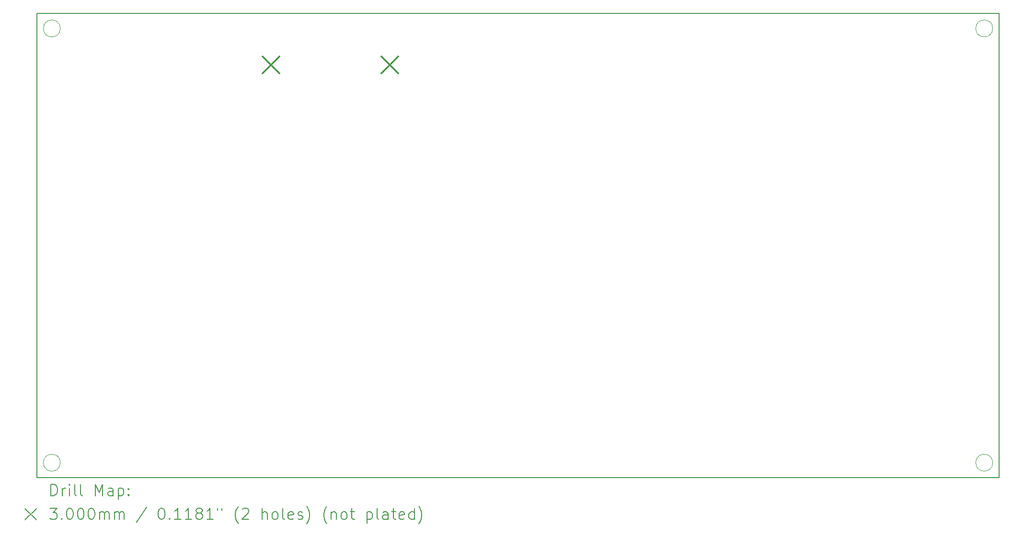
<source format=gbr>
%TF.GenerationSoftware,KiCad,Pcbnew,8.0.0-rc1*%
%TF.CreationDate,2024-02-28T14:24:35+09:00*%
%TF.ProjectId,KDL,4b444c2e-6b69-4636-9164-5f7063625858,rev?*%
%TF.SameCoordinates,Original*%
%TF.FileFunction,Drillmap*%
%TF.FilePolarity,Positive*%
%FSLAX45Y45*%
G04 Gerber Fmt 4.5, Leading zero omitted, Abs format (unit mm)*
G04 Created by KiCad (PCBNEW 8.0.0-rc1) date 2024-02-28 14:24:35*
%MOMM*%
%LPD*%
G01*
G04 APERTURE LIST*
%ADD10C,0.050000*%
%ADD11C,0.200000*%
%ADD12C,0.299999*%
G04 APERTURE END LIST*
D10*
X4875000Y-12300280D02*
G75*
G02*
X4575000Y-12300280I-150000J0D01*
G01*
X4575000Y-12300280D02*
G75*
G02*
X4875000Y-12300280I150000J0D01*
G01*
D11*
X4460000Y-4360280D02*
X21460000Y-4360280D01*
X21460000Y-12560280D01*
X4460000Y-12560280D01*
X4460000Y-4360280D01*
D10*
X21350000Y-12300280D02*
G75*
G02*
X21050000Y-12300280I-150000J0D01*
G01*
X21050000Y-12300280D02*
G75*
G02*
X21350000Y-12300280I150000J0D01*
G01*
X21350000Y-4625280D02*
G75*
G02*
X21050000Y-4625280I-150000J0D01*
G01*
X21050000Y-4625280D02*
G75*
G02*
X21350000Y-4625280I150000J0D01*
G01*
X4875000Y-4625280D02*
G75*
G02*
X4575000Y-4625280I-150000J0D01*
G01*
X4575000Y-4625280D02*
G75*
G02*
X4875000Y-4625280I150000J0D01*
G01*
D11*
D12*
X8445000Y-5120000D02*
X8745000Y-5420000D01*
X8745000Y-5120000D02*
X8445000Y-5420000D01*
X10544996Y-5120000D02*
X10844996Y-5420000D01*
X10844996Y-5120000D02*
X10544996Y-5420000D01*
D11*
X4710777Y-12881764D02*
X4710777Y-12681764D01*
X4710777Y-12681764D02*
X4758396Y-12681764D01*
X4758396Y-12681764D02*
X4786967Y-12691288D01*
X4786967Y-12691288D02*
X4806015Y-12710335D01*
X4806015Y-12710335D02*
X4815539Y-12729383D01*
X4815539Y-12729383D02*
X4825063Y-12767478D01*
X4825063Y-12767478D02*
X4825063Y-12796049D01*
X4825063Y-12796049D02*
X4815539Y-12834145D01*
X4815539Y-12834145D02*
X4806015Y-12853192D01*
X4806015Y-12853192D02*
X4786967Y-12872240D01*
X4786967Y-12872240D02*
X4758396Y-12881764D01*
X4758396Y-12881764D02*
X4710777Y-12881764D01*
X4910777Y-12881764D02*
X4910777Y-12748430D01*
X4910777Y-12786526D02*
X4920301Y-12767478D01*
X4920301Y-12767478D02*
X4929824Y-12757954D01*
X4929824Y-12757954D02*
X4948872Y-12748430D01*
X4948872Y-12748430D02*
X4967920Y-12748430D01*
X5034586Y-12881764D02*
X5034586Y-12748430D01*
X5034586Y-12681764D02*
X5025063Y-12691288D01*
X5025063Y-12691288D02*
X5034586Y-12700811D01*
X5034586Y-12700811D02*
X5044110Y-12691288D01*
X5044110Y-12691288D02*
X5034586Y-12681764D01*
X5034586Y-12681764D02*
X5034586Y-12700811D01*
X5158396Y-12881764D02*
X5139348Y-12872240D01*
X5139348Y-12872240D02*
X5129824Y-12853192D01*
X5129824Y-12853192D02*
X5129824Y-12681764D01*
X5263158Y-12881764D02*
X5244110Y-12872240D01*
X5244110Y-12872240D02*
X5234586Y-12853192D01*
X5234586Y-12853192D02*
X5234586Y-12681764D01*
X5491729Y-12881764D02*
X5491729Y-12681764D01*
X5491729Y-12681764D02*
X5558396Y-12824621D01*
X5558396Y-12824621D02*
X5625062Y-12681764D01*
X5625062Y-12681764D02*
X5625062Y-12881764D01*
X5806015Y-12881764D02*
X5806015Y-12777002D01*
X5806015Y-12777002D02*
X5796491Y-12757954D01*
X5796491Y-12757954D02*
X5777443Y-12748430D01*
X5777443Y-12748430D02*
X5739348Y-12748430D01*
X5739348Y-12748430D02*
X5720301Y-12757954D01*
X5806015Y-12872240D02*
X5786967Y-12881764D01*
X5786967Y-12881764D02*
X5739348Y-12881764D01*
X5739348Y-12881764D02*
X5720301Y-12872240D01*
X5720301Y-12872240D02*
X5710777Y-12853192D01*
X5710777Y-12853192D02*
X5710777Y-12834145D01*
X5710777Y-12834145D02*
X5720301Y-12815097D01*
X5720301Y-12815097D02*
X5739348Y-12805573D01*
X5739348Y-12805573D02*
X5786967Y-12805573D01*
X5786967Y-12805573D02*
X5806015Y-12796049D01*
X5901253Y-12748430D02*
X5901253Y-12948430D01*
X5901253Y-12757954D02*
X5920301Y-12748430D01*
X5920301Y-12748430D02*
X5958396Y-12748430D01*
X5958396Y-12748430D02*
X5977443Y-12757954D01*
X5977443Y-12757954D02*
X5986967Y-12767478D01*
X5986967Y-12767478D02*
X5996491Y-12786526D01*
X5996491Y-12786526D02*
X5996491Y-12843668D01*
X5996491Y-12843668D02*
X5986967Y-12862716D01*
X5986967Y-12862716D02*
X5977443Y-12872240D01*
X5977443Y-12872240D02*
X5958396Y-12881764D01*
X5958396Y-12881764D02*
X5920301Y-12881764D01*
X5920301Y-12881764D02*
X5901253Y-12872240D01*
X6082205Y-12862716D02*
X6091729Y-12872240D01*
X6091729Y-12872240D02*
X6082205Y-12881764D01*
X6082205Y-12881764D02*
X6072682Y-12872240D01*
X6072682Y-12872240D02*
X6082205Y-12862716D01*
X6082205Y-12862716D02*
X6082205Y-12881764D01*
X6082205Y-12757954D02*
X6091729Y-12767478D01*
X6091729Y-12767478D02*
X6082205Y-12777002D01*
X6082205Y-12777002D02*
X6072682Y-12767478D01*
X6072682Y-12767478D02*
X6082205Y-12757954D01*
X6082205Y-12757954D02*
X6082205Y-12777002D01*
X4250000Y-13110280D02*
X4450000Y-13310280D01*
X4450000Y-13110280D02*
X4250000Y-13310280D01*
X4691729Y-13101764D02*
X4815539Y-13101764D01*
X4815539Y-13101764D02*
X4748872Y-13177954D01*
X4748872Y-13177954D02*
X4777444Y-13177954D01*
X4777444Y-13177954D02*
X4796491Y-13187478D01*
X4796491Y-13187478D02*
X4806015Y-13197002D01*
X4806015Y-13197002D02*
X4815539Y-13216049D01*
X4815539Y-13216049D02*
X4815539Y-13263668D01*
X4815539Y-13263668D02*
X4806015Y-13282716D01*
X4806015Y-13282716D02*
X4796491Y-13292240D01*
X4796491Y-13292240D02*
X4777444Y-13301764D01*
X4777444Y-13301764D02*
X4720301Y-13301764D01*
X4720301Y-13301764D02*
X4701253Y-13292240D01*
X4701253Y-13292240D02*
X4691729Y-13282716D01*
X4901253Y-13282716D02*
X4910777Y-13292240D01*
X4910777Y-13292240D02*
X4901253Y-13301764D01*
X4901253Y-13301764D02*
X4891729Y-13292240D01*
X4891729Y-13292240D02*
X4901253Y-13282716D01*
X4901253Y-13282716D02*
X4901253Y-13301764D01*
X5034586Y-13101764D02*
X5053634Y-13101764D01*
X5053634Y-13101764D02*
X5072682Y-13111288D01*
X5072682Y-13111288D02*
X5082205Y-13120811D01*
X5082205Y-13120811D02*
X5091729Y-13139859D01*
X5091729Y-13139859D02*
X5101253Y-13177954D01*
X5101253Y-13177954D02*
X5101253Y-13225573D01*
X5101253Y-13225573D02*
X5091729Y-13263668D01*
X5091729Y-13263668D02*
X5082205Y-13282716D01*
X5082205Y-13282716D02*
X5072682Y-13292240D01*
X5072682Y-13292240D02*
X5053634Y-13301764D01*
X5053634Y-13301764D02*
X5034586Y-13301764D01*
X5034586Y-13301764D02*
X5015539Y-13292240D01*
X5015539Y-13292240D02*
X5006015Y-13282716D01*
X5006015Y-13282716D02*
X4996491Y-13263668D01*
X4996491Y-13263668D02*
X4986967Y-13225573D01*
X4986967Y-13225573D02*
X4986967Y-13177954D01*
X4986967Y-13177954D02*
X4996491Y-13139859D01*
X4996491Y-13139859D02*
X5006015Y-13120811D01*
X5006015Y-13120811D02*
X5015539Y-13111288D01*
X5015539Y-13111288D02*
X5034586Y-13101764D01*
X5225063Y-13101764D02*
X5244110Y-13101764D01*
X5244110Y-13101764D02*
X5263158Y-13111288D01*
X5263158Y-13111288D02*
X5272682Y-13120811D01*
X5272682Y-13120811D02*
X5282205Y-13139859D01*
X5282205Y-13139859D02*
X5291729Y-13177954D01*
X5291729Y-13177954D02*
X5291729Y-13225573D01*
X5291729Y-13225573D02*
X5282205Y-13263668D01*
X5282205Y-13263668D02*
X5272682Y-13282716D01*
X5272682Y-13282716D02*
X5263158Y-13292240D01*
X5263158Y-13292240D02*
X5244110Y-13301764D01*
X5244110Y-13301764D02*
X5225063Y-13301764D01*
X5225063Y-13301764D02*
X5206015Y-13292240D01*
X5206015Y-13292240D02*
X5196491Y-13282716D01*
X5196491Y-13282716D02*
X5186967Y-13263668D01*
X5186967Y-13263668D02*
X5177444Y-13225573D01*
X5177444Y-13225573D02*
X5177444Y-13177954D01*
X5177444Y-13177954D02*
X5186967Y-13139859D01*
X5186967Y-13139859D02*
X5196491Y-13120811D01*
X5196491Y-13120811D02*
X5206015Y-13111288D01*
X5206015Y-13111288D02*
X5225063Y-13101764D01*
X5415539Y-13101764D02*
X5434586Y-13101764D01*
X5434586Y-13101764D02*
X5453634Y-13111288D01*
X5453634Y-13111288D02*
X5463158Y-13120811D01*
X5463158Y-13120811D02*
X5472682Y-13139859D01*
X5472682Y-13139859D02*
X5482205Y-13177954D01*
X5482205Y-13177954D02*
X5482205Y-13225573D01*
X5482205Y-13225573D02*
X5472682Y-13263668D01*
X5472682Y-13263668D02*
X5463158Y-13282716D01*
X5463158Y-13282716D02*
X5453634Y-13292240D01*
X5453634Y-13292240D02*
X5434586Y-13301764D01*
X5434586Y-13301764D02*
X5415539Y-13301764D01*
X5415539Y-13301764D02*
X5396491Y-13292240D01*
X5396491Y-13292240D02*
X5386967Y-13282716D01*
X5386967Y-13282716D02*
X5377444Y-13263668D01*
X5377444Y-13263668D02*
X5367920Y-13225573D01*
X5367920Y-13225573D02*
X5367920Y-13177954D01*
X5367920Y-13177954D02*
X5377444Y-13139859D01*
X5377444Y-13139859D02*
X5386967Y-13120811D01*
X5386967Y-13120811D02*
X5396491Y-13111288D01*
X5396491Y-13111288D02*
X5415539Y-13101764D01*
X5567920Y-13301764D02*
X5567920Y-13168430D01*
X5567920Y-13187478D02*
X5577444Y-13177954D01*
X5577444Y-13177954D02*
X5596491Y-13168430D01*
X5596491Y-13168430D02*
X5625063Y-13168430D01*
X5625063Y-13168430D02*
X5644110Y-13177954D01*
X5644110Y-13177954D02*
X5653634Y-13197002D01*
X5653634Y-13197002D02*
X5653634Y-13301764D01*
X5653634Y-13197002D02*
X5663158Y-13177954D01*
X5663158Y-13177954D02*
X5682205Y-13168430D01*
X5682205Y-13168430D02*
X5710777Y-13168430D01*
X5710777Y-13168430D02*
X5729824Y-13177954D01*
X5729824Y-13177954D02*
X5739348Y-13197002D01*
X5739348Y-13197002D02*
X5739348Y-13301764D01*
X5834586Y-13301764D02*
X5834586Y-13168430D01*
X5834586Y-13187478D02*
X5844110Y-13177954D01*
X5844110Y-13177954D02*
X5863158Y-13168430D01*
X5863158Y-13168430D02*
X5891729Y-13168430D01*
X5891729Y-13168430D02*
X5910777Y-13177954D01*
X5910777Y-13177954D02*
X5920301Y-13197002D01*
X5920301Y-13197002D02*
X5920301Y-13301764D01*
X5920301Y-13197002D02*
X5929824Y-13177954D01*
X5929824Y-13177954D02*
X5948872Y-13168430D01*
X5948872Y-13168430D02*
X5977443Y-13168430D01*
X5977443Y-13168430D02*
X5996491Y-13177954D01*
X5996491Y-13177954D02*
X6006015Y-13197002D01*
X6006015Y-13197002D02*
X6006015Y-13301764D01*
X6396491Y-13092240D02*
X6225063Y-13349383D01*
X6653634Y-13101764D02*
X6672682Y-13101764D01*
X6672682Y-13101764D02*
X6691729Y-13111288D01*
X6691729Y-13111288D02*
X6701253Y-13120811D01*
X6701253Y-13120811D02*
X6710777Y-13139859D01*
X6710777Y-13139859D02*
X6720301Y-13177954D01*
X6720301Y-13177954D02*
X6720301Y-13225573D01*
X6720301Y-13225573D02*
X6710777Y-13263668D01*
X6710777Y-13263668D02*
X6701253Y-13282716D01*
X6701253Y-13282716D02*
X6691729Y-13292240D01*
X6691729Y-13292240D02*
X6672682Y-13301764D01*
X6672682Y-13301764D02*
X6653634Y-13301764D01*
X6653634Y-13301764D02*
X6634586Y-13292240D01*
X6634586Y-13292240D02*
X6625063Y-13282716D01*
X6625063Y-13282716D02*
X6615539Y-13263668D01*
X6615539Y-13263668D02*
X6606015Y-13225573D01*
X6606015Y-13225573D02*
X6606015Y-13177954D01*
X6606015Y-13177954D02*
X6615539Y-13139859D01*
X6615539Y-13139859D02*
X6625063Y-13120811D01*
X6625063Y-13120811D02*
X6634586Y-13111288D01*
X6634586Y-13111288D02*
X6653634Y-13101764D01*
X6806015Y-13282716D02*
X6815539Y-13292240D01*
X6815539Y-13292240D02*
X6806015Y-13301764D01*
X6806015Y-13301764D02*
X6796491Y-13292240D01*
X6796491Y-13292240D02*
X6806015Y-13282716D01*
X6806015Y-13282716D02*
X6806015Y-13301764D01*
X7006015Y-13301764D02*
X6891729Y-13301764D01*
X6948872Y-13301764D02*
X6948872Y-13101764D01*
X6948872Y-13101764D02*
X6929825Y-13130335D01*
X6929825Y-13130335D02*
X6910777Y-13149383D01*
X6910777Y-13149383D02*
X6891729Y-13158907D01*
X7196491Y-13301764D02*
X7082206Y-13301764D01*
X7139348Y-13301764D02*
X7139348Y-13101764D01*
X7139348Y-13101764D02*
X7120301Y-13130335D01*
X7120301Y-13130335D02*
X7101253Y-13149383D01*
X7101253Y-13149383D02*
X7082206Y-13158907D01*
X7310777Y-13187478D02*
X7291729Y-13177954D01*
X7291729Y-13177954D02*
X7282206Y-13168430D01*
X7282206Y-13168430D02*
X7272682Y-13149383D01*
X7272682Y-13149383D02*
X7272682Y-13139859D01*
X7272682Y-13139859D02*
X7282206Y-13120811D01*
X7282206Y-13120811D02*
X7291729Y-13111288D01*
X7291729Y-13111288D02*
X7310777Y-13101764D01*
X7310777Y-13101764D02*
X7348872Y-13101764D01*
X7348872Y-13101764D02*
X7367920Y-13111288D01*
X7367920Y-13111288D02*
X7377444Y-13120811D01*
X7377444Y-13120811D02*
X7386967Y-13139859D01*
X7386967Y-13139859D02*
X7386967Y-13149383D01*
X7386967Y-13149383D02*
X7377444Y-13168430D01*
X7377444Y-13168430D02*
X7367920Y-13177954D01*
X7367920Y-13177954D02*
X7348872Y-13187478D01*
X7348872Y-13187478D02*
X7310777Y-13187478D01*
X7310777Y-13187478D02*
X7291729Y-13197002D01*
X7291729Y-13197002D02*
X7282206Y-13206526D01*
X7282206Y-13206526D02*
X7272682Y-13225573D01*
X7272682Y-13225573D02*
X7272682Y-13263668D01*
X7272682Y-13263668D02*
X7282206Y-13282716D01*
X7282206Y-13282716D02*
X7291729Y-13292240D01*
X7291729Y-13292240D02*
X7310777Y-13301764D01*
X7310777Y-13301764D02*
X7348872Y-13301764D01*
X7348872Y-13301764D02*
X7367920Y-13292240D01*
X7367920Y-13292240D02*
X7377444Y-13282716D01*
X7377444Y-13282716D02*
X7386967Y-13263668D01*
X7386967Y-13263668D02*
X7386967Y-13225573D01*
X7386967Y-13225573D02*
X7377444Y-13206526D01*
X7377444Y-13206526D02*
X7367920Y-13197002D01*
X7367920Y-13197002D02*
X7348872Y-13187478D01*
X7577444Y-13301764D02*
X7463158Y-13301764D01*
X7520301Y-13301764D02*
X7520301Y-13101764D01*
X7520301Y-13101764D02*
X7501253Y-13130335D01*
X7501253Y-13130335D02*
X7482206Y-13149383D01*
X7482206Y-13149383D02*
X7463158Y-13158907D01*
X7653634Y-13101764D02*
X7653634Y-13139859D01*
X7729825Y-13101764D02*
X7729825Y-13139859D01*
X8025063Y-13377954D02*
X8015539Y-13368430D01*
X8015539Y-13368430D02*
X7996491Y-13339859D01*
X7996491Y-13339859D02*
X7986968Y-13320811D01*
X7986968Y-13320811D02*
X7977444Y-13292240D01*
X7977444Y-13292240D02*
X7967920Y-13244621D01*
X7967920Y-13244621D02*
X7967920Y-13206526D01*
X7967920Y-13206526D02*
X7977444Y-13158907D01*
X7977444Y-13158907D02*
X7986968Y-13130335D01*
X7986968Y-13130335D02*
X7996491Y-13111288D01*
X7996491Y-13111288D02*
X8015539Y-13082716D01*
X8015539Y-13082716D02*
X8025063Y-13073192D01*
X8091729Y-13120811D02*
X8101253Y-13111288D01*
X8101253Y-13111288D02*
X8120301Y-13101764D01*
X8120301Y-13101764D02*
X8167920Y-13101764D01*
X8167920Y-13101764D02*
X8186968Y-13111288D01*
X8186968Y-13111288D02*
X8196491Y-13120811D01*
X8196491Y-13120811D02*
X8206015Y-13139859D01*
X8206015Y-13139859D02*
X8206015Y-13158907D01*
X8206015Y-13158907D02*
X8196491Y-13187478D01*
X8196491Y-13187478D02*
X8082206Y-13301764D01*
X8082206Y-13301764D02*
X8206015Y-13301764D01*
X8444111Y-13301764D02*
X8444111Y-13101764D01*
X8529825Y-13301764D02*
X8529825Y-13197002D01*
X8529825Y-13197002D02*
X8520301Y-13177954D01*
X8520301Y-13177954D02*
X8501253Y-13168430D01*
X8501253Y-13168430D02*
X8472682Y-13168430D01*
X8472682Y-13168430D02*
X8453634Y-13177954D01*
X8453634Y-13177954D02*
X8444111Y-13187478D01*
X8653634Y-13301764D02*
X8634587Y-13292240D01*
X8634587Y-13292240D02*
X8625063Y-13282716D01*
X8625063Y-13282716D02*
X8615539Y-13263668D01*
X8615539Y-13263668D02*
X8615539Y-13206526D01*
X8615539Y-13206526D02*
X8625063Y-13187478D01*
X8625063Y-13187478D02*
X8634587Y-13177954D01*
X8634587Y-13177954D02*
X8653634Y-13168430D01*
X8653634Y-13168430D02*
X8682206Y-13168430D01*
X8682206Y-13168430D02*
X8701253Y-13177954D01*
X8701253Y-13177954D02*
X8710777Y-13187478D01*
X8710777Y-13187478D02*
X8720301Y-13206526D01*
X8720301Y-13206526D02*
X8720301Y-13263668D01*
X8720301Y-13263668D02*
X8710777Y-13282716D01*
X8710777Y-13282716D02*
X8701253Y-13292240D01*
X8701253Y-13292240D02*
X8682206Y-13301764D01*
X8682206Y-13301764D02*
X8653634Y-13301764D01*
X8834587Y-13301764D02*
X8815539Y-13292240D01*
X8815539Y-13292240D02*
X8806015Y-13273192D01*
X8806015Y-13273192D02*
X8806015Y-13101764D01*
X8986968Y-13292240D02*
X8967920Y-13301764D01*
X8967920Y-13301764D02*
X8929825Y-13301764D01*
X8929825Y-13301764D02*
X8910777Y-13292240D01*
X8910777Y-13292240D02*
X8901253Y-13273192D01*
X8901253Y-13273192D02*
X8901253Y-13197002D01*
X8901253Y-13197002D02*
X8910777Y-13177954D01*
X8910777Y-13177954D02*
X8929825Y-13168430D01*
X8929825Y-13168430D02*
X8967920Y-13168430D01*
X8967920Y-13168430D02*
X8986968Y-13177954D01*
X8986968Y-13177954D02*
X8996492Y-13197002D01*
X8996492Y-13197002D02*
X8996492Y-13216049D01*
X8996492Y-13216049D02*
X8901253Y-13235097D01*
X9072682Y-13292240D02*
X9091730Y-13301764D01*
X9091730Y-13301764D02*
X9129825Y-13301764D01*
X9129825Y-13301764D02*
X9148873Y-13292240D01*
X9148873Y-13292240D02*
X9158396Y-13273192D01*
X9158396Y-13273192D02*
X9158396Y-13263668D01*
X9158396Y-13263668D02*
X9148873Y-13244621D01*
X9148873Y-13244621D02*
X9129825Y-13235097D01*
X9129825Y-13235097D02*
X9101253Y-13235097D01*
X9101253Y-13235097D02*
X9082206Y-13225573D01*
X9082206Y-13225573D02*
X9072682Y-13206526D01*
X9072682Y-13206526D02*
X9072682Y-13197002D01*
X9072682Y-13197002D02*
X9082206Y-13177954D01*
X9082206Y-13177954D02*
X9101253Y-13168430D01*
X9101253Y-13168430D02*
X9129825Y-13168430D01*
X9129825Y-13168430D02*
X9148873Y-13177954D01*
X9225063Y-13377954D02*
X9234587Y-13368430D01*
X9234587Y-13368430D02*
X9253634Y-13339859D01*
X9253634Y-13339859D02*
X9263158Y-13320811D01*
X9263158Y-13320811D02*
X9272682Y-13292240D01*
X9272682Y-13292240D02*
X9282206Y-13244621D01*
X9282206Y-13244621D02*
X9282206Y-13206526D01*
X9282206Y-13206526D02*
X9272682Y-13158907D01*
X9272682Y-13158907D02*
X9263158Y-13130335D01*
X9263158Y-13130335D02*
X9253634Y-13111288D01*
X9253634Y-13111288D02*
X9234587Y-13082716D01*
X9234587Y-13082716D02*
X9225063Y-13073192D01*
X9586968Y-13377954D02*
X9577444Y-13368430D01*
X9577444Y-13368430D02*
X9558396Y-13339859D01*
X9558396Y-13339859D02*
X9548873Y-13320811D01*
X9548873Y-13320811D02*
X9539349Y-13292240D01*
X9539349Y-13292240D02*
X9529825Y-13244621D01*
X9529825Y-13244621D02*
X9529825Y-13206526D01*
X9529825Y-13206526D02*
X9539349Y-13158907D01*
X9539349Y-13158907D02*
X9548873Y-13130335D01*
X9548873Y-13130335D02*
X9558396Y-13111288D01*
X9558396Y-13111288D02*
X9577444Y-13082716D01*
X9577444Y-13082716D02*
X9586968Y-13073192D01*
X9663158Y-13168430D02*
X9663158Y-13301764D01*
X9663158Y-13187478D02*
X9672682Y-13177954D01*
X9672682Y-13177954D02*
X9691730Y-13168430D01*
X9691730Y-13168430D02*
X9720301Y-13168430D01*
X9720301Y-13168430D02*
X9739349Y-13177954D01*
X9739349Y-13177954D02*
X9748873Y-13197002D01*
X9748873Y-13197002D02*
X9748873Y-13301764D01*
X9872682Y-13301764D02*
X9853634Y-13292240D01*
X9853634Y-13292240D02*
X9844111Y-13282716D01*
X9844111Y-13282716D02*
X9834587Y-13263668D01*
X9834587Y-13263668D02*
X9834587Y-13206526D01*
X9834587Y-13206526D02*
X9844111Y-13187478D01*
X9844111Y-13187478D02*
X9853634Y-13177954D01*
X9853634Y-13177954D02*
X9872682Y-13168430D01*
X9872682Y-13168430D02*
X9901254Y-13168430D01*
X9901254Y-13168430D02*
X9920301Y-13177954D01*
X9920301Y-13177954D02*
X9929825Y-13187478D01*
X9929825Y-13187478D02*
X9939349Y-13206526D01*
X9939349Y-13206526D02*
X9939349Y-13263668D01*
X9939349Y-13263668D02*
X9929825Y-13282716D01*
X9929825Y-13282716D02*
X9920301Y-13292240D01*
X9920301Y-13292240D02*
X9901254Y-13301764D01*
X9901254Y-13301764D02*
X9872682Y-13301764D01*
X9996492Y-13168430D02*
X10072682Y-13168430D01*
X10025063Y-13101764D02*
X10025063Y-13273192D01*
X10025063Y-13273192D02*
X10034587Y-13292240D01*
X10034587Y-13292240D02*
X10053634Y-13301764D01*
X10053634Y-13301764D02*
X10072682Y-13301764D01*
X10291730Y-13168430D02*
X10291730Y-13368430D01*
X10291730Y-13177954D02*
X10310777Y-13168430D01*
X10310777Y-13168430D02*
X10348873Y-13168430D01*
X10348873Y-13168430D02*
X10367920Y-13177954D01*
X10367920Y-13177954D02*
X10377444Y-13187478D01*
X10377444Y-13187478D02*
X10386968Y-13206526D01*
X10386968Y-13206526D02*
X10386968Y-13263668D01*
X10386968Y-13263668D02*
X10377444Y-13282716D01*
X10377444Y-13282716D02*
X10367920Y-13292240D01*
X10367920Y-13292240D02*
X10348873Y-13301764D01*
X10348873Y-13301764D02*
X10310777Y-13301764D01*
X10310777Y-13301764D02*
X10291730Y-13292240D01*
X10501254Y-13301764D02*
X10482206Y-13292240D01*
X10482206Y-13292240D02*
X10472682Y-13273192D01*
X10472682Y-13273192D02*
X10472682Y-13101764D01*
X10663158Y-13301764D02*
X10663158Y-13197002D01*
X10663158Y-13197002D02*
X10653635Y-13177954D01*
X10653635Y-13177954D02*
X10634587Y-13168430D01*
X10634587Y-13168430D02*
X10596492Y-13168430D01*
X10596492Y-13168430D02*
X10577444Y-13177954D01*
X10663158Y-13292240D02*
X10644111Y-13301764D01*
X10644111Y-13301764D02*
X10596492Y-13301764D01*
X10596492Y-13301764D02*
X10577444Y-13292240D01*
X10577444Y-13292240D02*
X10567920Y-13273192D01*
X10567920Y-13273192D02*
X10567920Y-13254145D01*
X10567920Y-13254145D02*
X10577444Y-13235097D01*
X10577444Y-13235097D02*
X10596492Y-13225573D01*
X10596492Y-13225573D02*
X10644111Y-13225573D01*
X10644111Y-13225573D02*
X10663158Y-13216049D01*
X10729825Y-13168430D02*
X10806015Y-13168430D01*
X10758396Y-13101764D02*
X10758396Y-13273192D01*
X10758396Y-13273192D02*
X10767920Y-13292240D01*
X10767920Y-13292240D02*
X10786968Y-13301764D01*
X10786968Y-13301764D02*
X10806015Y-13301764D01*
X10948873Y-13292240D02*
X10929825Y-13301764D01*
X10929825Y-13301764D02*
X10891730Y-13301764D01*
X10891730Y-13301764D02*
X10872682Y-13292240D01*
X10872682Y-13292240D02*
X10863158Y-13273192D01*
X10863158Y-13273192D02*
X10863158Y-13197002D01*
X10863158Y-13197002D02*
X10872682Y-13177954D01*
X10872682Y-13177954D02*
X10891730Y-13168430D01*
X10891730Y-13168430D02*
X10929825Y-13168430D01*
X10929825Y-13168430D02*
X10948873Y-13177954D01*
X10948873Y-13177954D02*
X10958396Y-13197002D01*
X10958396Y-13197002D02*
X10958396Y-13216049D01*
X10958396Y-13216049D02*
X10863158Y-13235097D01*
X11129825Y-13301764D02*
X11129825Y-13101764D01*
X11129825Y-13292240D02*
X11110777Y-13301764D01*
X11110777Y-13301764D02*
X11072682Y-13301764D01*
X11072682Y-13301764D02*
X11053635Y-13292240D01*
X11053635Y-13292240D02*
X11044111Y-13282716D01*
X11044111Y-13282716D02*
X11034587Y-13263668D01*
X11034587Y-13263668D02*
X11034587Y-13206526D01*
X11034587Y-13206526D02*
X11044111Y-13187478D01*
X11044111Y-13187478D02*
X11053635Y-13177954D01*
X11053635Y-13177954D02*
X11072682Y-13168430D01*
X11072682Y-13168430D02*
X11110777Y-13168430D01*
X11110777Y-13168430D02*
X11129825Y-13177954D01*
X11206015Y-13377954D02*
X11215539Y-13368430D01*
X11215539Y-13368430D02*
X11234587Y-13339859D01*
X11234587Y-13339859D02*
X11244111Y-13320811D01*
X11244111Y-13320811D02*
X11253634Y-13292240D01*
X11253634Y-13292240D02*
X11263158Y-13244621D01*
X11263158Y-13244621D02*
X11263158Y-13206526D01*
X11263158Y-13206526D02*
X11253634Y-13158907D01*
X11253634Y-13158907D02*
X11244111Y-13130335D01*
X11244111Y-13130335D02*
X11234587Y-13111288D01*
X11234587Y-13111288D02*
X11215539Y-13082716D01*
X11215539Y-13082716D02*
X11206015Y-13073192D01*
M02*

</source>
